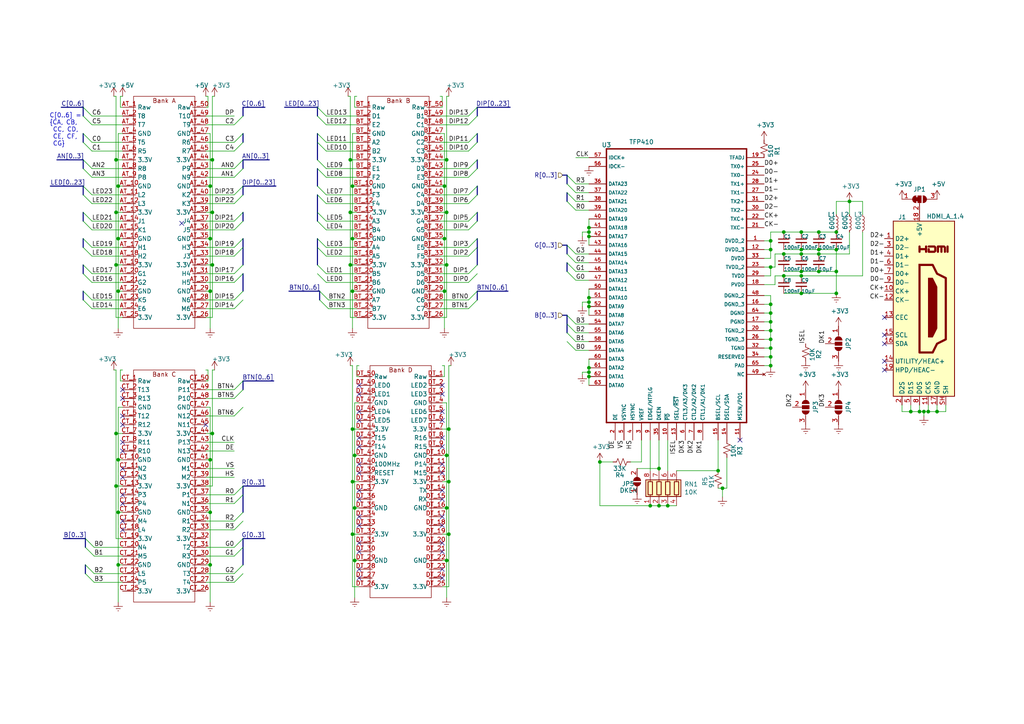
<source format=kicad_sch>
(kicad_sch (version 20200512) (host eeschema "(5.99.0-1662-g9db296991)")
  (page 1 1)
  (paper "A4")
  (junction (at 33.655 46.355))
  (junction (at 33.655 61.595))
  (junction (at 33.655 76.835))
  (junction (at 33.655 125.73))
  (junction (at 33.655 140.97))
  (junction (at 34.29 53.975))
  (junction (at 34.29 69.215))
  (junction (at 34.29 84.455))
  (junction (at 34.29 133.35))
  (junction (at 34.29 148.59))
  (junction (at 34.29 163.83))
  (junction (at 60.96 53.975))
  (junction (at 60.96 69.215))
  (junction (at 60.96 84.455))
  (junction (at 60.96 133.35))
  (junction (at 60.96 148.59))
  (junction (at 60.96 163.83))
  (junction (at 61.595 46.355))
  (junction (at 61.595 61.595))
  (junction (at 61.595 76.835))
  (junction (at 61.595 125.73))
  (junction (at 101.6 46.355))
  (junction (at 101.6 61.595))
  (junction (at 101.6 76.835))
  (junction (at 102.235 53.975))
  (junction (at 102.235 69.215))
  (junction (at 102.235 84.455))
  (junction (at 102.235 124.46))
  (junction (at 102.235 139.7))
  (junction (at 102.235 154.94))
  (junction (at 102.87 132.08))
  (junction (at 102.87 147.32))
  (junction (at 102.87 162.56))
  (junction (at 128.905 53.975))
  (junction (at 128.905 69.215))
  (junction (at 128.905 84.455))
  (junction (at 129.54 46.355))
  (junction (at 129.54 61.595))
  (junction (at 129.54 76.835))
  (junction (at 129.54 132.08))
  (junction (at 129.54 147.32))
  (junction (at 129.54 162.56))
  (junction (at 130.175 124.46))
  (junction (at 130.175 139.7))
  (junction (at 130.175 154.94))
  (junction (at 170.815 66.04))
  (junction (at 170.815 67.31))
  (junction (at 170.815 68.58))
  (junction (at 170.815 86.36))
  (junction (at 170.815 87.63))
  (junction (at 170.815 88.9))
  (junction (at 170.815 106.68))
  (junction (at 170.815 107.95))
  (junction (at 170.815 109.22))
  (junction (at 173.99 133.985))
  (junction (at 188.595 146.685))
  (junction (at 191.135 135.89))
  (junction (at 191.135 146.685))
  (junction (at 193.675 146.685))
  (junction (at 208.28 136.525))
  (junction (at 209.55 141.605))
  (junction (at 223.52 69.85))
  (junction (at 223.52 72.39))
  (junction (at 223.52 77.47))
  (junction (at 223.52 88.265))
  (junction (at 223.52 90.805))
  (junction (at 223.52 93.345))
  (junction (at 223.52 95.885))
  (junction (at 223.52 98.425))
  (junction (at 223.52 100.965))
  (junction (at 223.52 103.505))
  (junction (at 223.52 106.045))
  (junction (at 227.33 67.31))
  (junction (at 227.33 73.66))
  (junction (at 227.33 80.01))
  (junction (at 232.41 67.31))
  (junction (at 232.41 72.39))
  (junction (at 232.41 73.66))
  (junction (at 232.41 78.74))
  (junction (at 232.41 80.01))
  (junction (at 232.41 85.09))
  (junction (at 237.49 67.31))
  (junction (at 237.49 72.39))
  (junction (at 237.49 73.66))
  (junction (at 237.49 78.74))
  (junction (at 242.57 67.31))
  (junction (at 242.57 72.39))
  (junction (at 242.57 78.74))
  (junction (at 242.57 85.09))
  (junction (at 246.38 58.42))
  (junction (at 264.16 119.38))
  (junction (at 266.7 119.38))
  (junction (at 267.97 119.38))
  (junction (at 269.24 119.38))
  (junction (at 271.78 119.38))
  (no_connect (at 256.54 107.315))
  (no_connect (at 104.14 129.54))
  (no_connect (at 104.14 142.24))
  (no_connect (at 104.14 127))
  (no_connect (at 104.14 167.64))
  (no_connect (at 128.27 127))
  (no_connect (at 104.14 121.92))
  (no_connect (at 35.56 151.13))
  (no_connect (at 104.14 149.86))
  (no_connect (at 256.54 104.775))
  (no_connect (at 104.14 111.76))
  (no_connect (at 104.14 137.16))
  (no_connect (at 35.56 115.57))
  (no_connect (at 35.56 138.43))
  (no_connect (at 128.27 152.4))
  (no_connect (at 128.27 160.02))
  (no_connect (at 128.27 167.64))
  (no_connect (at 256.54 97.155))
  (no_connect (at 35.56 123.19))
  (no_connect (at 128.27 111.76))
  (no_connect (at 128.27 114.3))
  (no_connect (at 104.14 119.38))
  (no_connect (at 128.27 142.24))
  (no_connect (at 104.14 160.02))
  (no_connect (at 128.27 119.38))
  (no_connect (at 35.56 135.89))
  (no_connect (at 128.27 134.62))
  (no_connect (at 104.14 144.78))
  (no_connect (at 35.56 113.03))
  (no_connect (at 104.14 114.3))
  (no_connect (at 214.63 127.635))
  (no_connect (at 35.56 153.67))
  (no_connect (at 128.27 144.78))
  (no_connect (at 35.56 143.51))
  (no_connect (at 128.27 137.16))
  (no_connect (at 59.69 123.19))
  (no_connect (at 128.27 121.92))
  (no_connect (at 256.54 99.695))
  (no_connect (at 104.14 152.4))
  (no_connect (at 104.14 157.48))
  (no_connect (at 128.27 157.48))
  (no_connect (at 128.27 149.86))
  (no_connect (at 35.56 146.05))
  (no_connect (at 35.56 120.65))
  (no_connect (at 35.56 130.81))
  (no_connect (at 52.705 64.77))
  (no_connect (at 128.27 129.54))
  (no_connect (at 256.54 92.075))
  (no_connect (at 104.14 165.1))
  (no_connect (at 35.56 128.27))
  (no_connect (at 104.14 134.62))
  (no_connect (at 128.27 165.1))
  (bus_entry (at 24.13 31.115) (size 2.54 2.54))
  (bus_entry (at 24.13 33.655) (size 2.54 2.54))
  (bus_entry (at 24.13 38.735) (size 2.54 2.54))
  (bus_entry (at 24.13 41.275) (size 2.54 2.54))
  (bus_entry (at 24.13 46.355) (size 2.54 2.54))
  (bus_entry (at 24.13 48.895) (size 2.54 2.54))
  (bus_entry (at 24.13 53.975) (size 2.54 2.54))
  (bus_entry (at 24.13 56.515) (size 2.54 2.54))
  (bus_entry (at 24.13 61.595) (size 2.54 2.54))
  (bus_entry (at 24.13 64.135) (size 2.54 2.54))
  (bus_entry (at 24.13 69.215) (size 2.54 2.54))
  (bus_entry (at 24.13 71.755) (size 2.54 2.54))
  (bus_entry (at 24.13 76.835) (size 2.54 2.54))
  (bus_entry (at 24.13 79.375) (size 2.54 2.54))
  (bus_entry (at 24.13 84.455) (size 2.54 2.54))
  (bus_entry (at 24.13 86.995) (size 2.54 2.54))
  (bus_entry (at 24.765 156.21) (size 2.54 2.54))
  (bus_entry (at 24.765 158.75) (size 2.54 2.54))
  (bus_entry (at 24.765 163.83) (size 2.54 2.54))
  (bus_entry (at 24.765 166.37) (size 2.54 2.54))
  (bus_entry (at 70.485 33.655) (size -2.54 2.54))
  (bus_entry (at 70.485 38.735) (size -2.54 2.54))
  (bus_entry (at 70.485 41.275) (size -2.54 2.54))
  (bus_entry (at 70.485 46.355) (size -2.54 2.54))
  (bus_entry (at 70.485 48.895) (size -2.54 2.54))
  (bus_entry (at 70.485 53.975) (size -2.54 2.54))
  (bus_entry (at 70.485 56.515) (size -2.54 2.54))
  (bus_entry (at 70.485 61.595) (size -2.54 2.54))
  (bus_entry (at 70.485 64.135) (size -2.54 2.54))
  (bus_entry (at 70.485 69.215) (size -2.54 2.54))
  (bus_entry (at 70.485 71.755) (size -2.54 2.54))
  (bus_entry (at 70.485 76.835) (size -2.54 2.54))
  (bus_entry (at 70.485 79.375) (size -2.54 2.54))
  (bus_entry (at 70.485 84.455) (size -2.54 2.54))
  (bus_entry (at 70.485 86.995) (size -2.54 2.54))
  (bus_entry (at 70.485 110.49) (size -2.54 2.54))
  (bus_entry (at 70.485 113.03) (size -2.54 2.54))
  (bus_entry (at 70.485 118.11) (size -2.54 2.54))
  (bus_entry (at 70.485 140.97) (size -2.54 2.54))
  (bus_entry (at 70.485 143.51) (size -2.54 2.54))
  (bus_entry (at 70.485 148.59) (size -2.54 2.54))
  (bus_entry (at 70.485 151.13) (size -2.54 2.54))
  (bus_entry (at 70.485 156.21) (size -2.54 2.54))
  (bus_entry (at 70.485 158.75) (size -2.54 2.54))
  (bus_entry (at 70.485 163.83) (size -2.54 2.54))
  (bus_entry (at 70.485 166.37) (size -2.54 2.54))
  (bus_entry (at 92.075 31.115) (size 2.54 2.54))
  (bus_entry (at 92.075 33.655) (size 2.54 2.54))
  (bus_entry (at 92.075 38.735) (size 2.54 2.54))
  (bus_entry (at 92.075 41.275) (size 2.54 2.54))
  (bus_entry (at 92.075 46.355) (size 2.54 2.54))
  (bus_entry (at 92.075 48.895) (size 2.54 2.54))
  (bus_entry (at 92.075 53.975) (size 2.54 2.54))
  (bus_entry (at 92.075 56.515) (size 2.54 2.54))
  (bus_entry (at 92.075 61.595) (size 2.54 2.54))
  (bus_entry (at 92.075 64.135) (size 2.54 2.54))
  (bus_entry (at 92.075 69.215) (size 2.54 2.54))
  (bus_entry (at 92.075 71.755) (size 2.54 2.54))
  (bus_entry (at 92.075 76.835) (size 2.54 2.54))
  (bus_entry (at 92.075 79.375) (size 2.54 2.54))
  (bus_entry (at 92.71 84.455) (size 2.54 2.54))
  (bus_entry (at 92.71 86.995) (size 2.54 2.54))
  (bus_entry (at 138.43 31.115) (size -2.54 2.54))
  (bus_entry (at 138.43 33.655) (size -2.54 2.54))
  (bus_entry (at 138.43 38.735) (size -2.54 2.54))
  (bus_entry (at 138.43 41.275) (size -2.54 2.54))
  (bus_entry (at 138.43 46.355) (size -2.54 2.54))
  (bus_entry (at 138.43 48.895) (size -2.54 2.54))
  (bus_entry (at 138.43 53.975) (size -2.54 2.54))
  (bus_entry (at 138.43 56.515) (size -2.54 2.54))
  (bus_entry (at 138.43 61.595) (size -2.54 2.54))
  (bus_entry (at 138.43 64.135) (size -2.54 2.54))
  (bus_entry (at 138.43 69.215) (size -2.54 2.54))
  (bus_entry (at 138.43 71.755) (size -2.54 2.54))
  (bus_entry (at 138.43 76.835) (size -2.54 2.54))
  (bus_entry (at 138.43 79.375) (size -2.54 2.54))
  (bus_entry (at 138.43 84.455) (size -2.54 2.54))
  (bus_entry (at 138.43 86.995) (size -2.54 2.54))
  (bus_entry (at 164.465 50.8) (size 2.54 2.54))
  (bus_entry (at 164.465 53.34) (size 2.54 2.54))
  (bus_entry (at 164.465 55.88) (size 2.54 2.54))
  (bus_entry (at 164.465 58.42) (size 2.54 2.54))
  (bus_entry (at 164.465 71.12) (size 2.54 2.54))
  (bus_entry (at 164.465 73.66) (size 2.54 2.54))
  (bus_entry (at 164.465 76.2) (size 2.54 2.54))
  (bus_entry (at 164.465 78.74) (size 2.54 2.54))
  (bus_entry (at 164.465 91.44) (size 2.54 2.54))
  (bus_entry (at 164.465 93.98) (size 2.54 2.54))
  (bus_entry (at 164.465 96.52) (size 2.54 2.54))
  (bus_entry (at 164.465 99.06) (size 2.54 2.54))
  (wire (pts (xy 26.67 33.655) (xy 35.56 33.655)))
  (wire (pts (xy 26.67 36.195) (xy 35.56 36.195)))
  (wire (pts (xy 26.67 41.275) (xy 35.56 41.275)))
  (wire (pts (xy 26.67 43.815) (xy 35.56 43.815)))
  (wire (pts (xy 26.67 48.895) (xy 35.56 48.895)))
  (wire (pts (xy 26.67 51.435) (xy 35.56 51.435)))
  (wire (pts (xy 26.67 56.515) (xy 35.56 56.515)))
  (wire (pts (xy 26.67 59.055) (xy 35.56 59.055)))
  (wire (pts (xy 26.67 64.135) (xy 35.56 64.135)))
  (wire (pts (xy 26.67 66.675) (xy 35.56 66.675)))
  (wire (pts (xy 26.67 71.755) (xy 35.56 71.755)))
  (wire (pts (xy 26.67 74.295) (xy 35.56 74.295)))
  (wire (pts (xy 26.67 79.375) (xy 35.56 79.375)))
  (wire (pts (xy 26.67 81.915) (xy 35.56 81.915)))
  (wire (pts (xy 26.67 86.995) (xy 35.56 86.995)))
  (wire (pts (xy 26.67 89.535) (xy 35.56 89.535)))
  (wire (pts (xy 33.655 27.94) (xy 33.02 27.94)))
  (wire (pts (xy 33.655 46.355) (xy 33.655 27.94)))
  (wire (pts (xy 33.655 61.595) (xy 33.655 46.355)))
  (wire (pts (xy 33.655 76.835) (xy 33.655 61.595)))
  (wire (pts (xy 33.655 92.075) (xy 33.655 76.835)))
  (wire (pts (xy 33.655 107.315) (xy 33.02 107.315)))
  (wire (pts (xy 33.655 125.73) (xy 33.655 107.315)))
  (wire (pts (xy 33.655 140.97) (xy 33.655 125.73)))
  (wire (pts (xy 33.655 156.21) (xy 33.655 140.97)))
  (wire (pts (xy 34.29 38.735) (xy 34.29 53.975)))
  (wire (pts (xy 34.29 53.975) (xy 34.29 69.215)))
  (wire (pts (xy 34.29 69.215) (xy 34.29 84.455)))
  (wire (pts (xy 34.29 84.455) (xy 34.29 95.25)))
  (wire (pts (xy 34.29 118.11) (xy 34.29 133.35)))
  (wire (pts (xy 34.29 133.35) (xy 34.29 148.59)))
  (wire (pts (xy 34.29 148.59) (xy 34.29 163.83)))
  (wire (pts (xy 34.29 163.83) (xy 34.29 174.625)))
  (wire (pts (xy 34.925 27.94) (xy 34.925 31.115)))
  (wire (pts (xy 34.925 27.94) (xy 35.56 27.94)))
  (wire (pts (xy 34.925 31.115) (xy 35.56 31.115)))
  (wire (pts (xy 34.925 107.315) (xy 35.56 107.315)))
  (wire (pts (xy 34.925 110.49) (xy 34.925 107.315)))
  (wire (pts (xy 35.56 38.735) (xy 34.29 38.735)))
  (wire (pts (xy 35.56 46.355) (xy 33.655 46.355)))
  (wire (pts (xy 35.56 53.975) (xy 34.29 53.975)))
  (wire (pts (xy 35.56 61.595) (xy 33.655 61.595)))
  (wire (pts (xy 35.56 69.215) (xy 34.29 69.215)))
  (wire (pts (xy 35.56 76.835) (xy 33.655 76.835)))
  (wire (pts (xy 35.56 84.455) (xy 34.29 84.455)))
  (wire (pts (xy 35.56 92.075) (xy 33.655 92.075)))
  (wire (pts (xy 35.56 110.49) (xy 34.925 110.49)))
  (wire (pts (xy 35.56 118.11) (xy 34.29 118.11)))
  (wire (pts (xy 35.56 125.73) (xy 33.655 125.73)))
  (wire (pts (xy 35.56 133.35) (xy 34.29 133.35)))
  (wire (pts (xy 35.56 140.97) (xy 33.655 140.97)))
  (wire (pts (xy 35.56 148.59) (xy 34.29 148.59)))
  (wire (pts (xy 35.56 156.21) (xy 33.655 156.21)))
  (wire (pts (xy 35.56 158.75) (xy 27.305 158.75)))
  (wire (pts (xy 35.56 161.29) (xy 27.305 161.29)))
  (wire (pts (xy 35.56 163.83) (xy 34.29 163.83)))
  (wire (pts (xy 35.56 166.37) (xy 27.305 166.37)))
  (wire (pts (xy 35.56 168.91) (xy 27.305 168.91)))
  (wire (pts (xy 59.69 33.655) (xy 67.945 33.655)))
  (wire (pts (xy 59.69 36.195) (xy 67.945 36.195)))
  (wire (pts (xy 59.69 38.735) (xy 60.96 38.735)))
  (wire (pts (xy 59.69 41.275) (xy 67.945 41.275)))
  (wire (pts (xy 59.69 43.815) (xy 67.945 43.815)))
  (wire (pts (xy 59.69 46.355) (xy 61.595 46.355)))
  (wire (pts (xy 59.69 48.895) (xy 67.945 48.895)))
  (wire (pts (xy 59.69 51.435) (xy 67.945 51.435)))
  (wire (pts (xy 59.69 53.975) (xy 60.96 53.975)))
  (wire (pts (xy 59.69 56.515) (xy 67.945 56.515)))
  (wire (pts (xy 59.69 59.055) (xy 67.945 59.055)))
  (wire (pts (xy 59.69 61.595) (xy 61.595 61.595)))
  (wire (pts (xy 59.69 64.135) (xy 67.945 64.135)))
  (wire (pts (xy 59.69 66.675) (xy 67.945 66.675)))
  (wire (pts (xy 59.69 69.215) (xy 60.96 69.215)))
  (wire (pts (xy 59.69 71.755) (xy 67.945 71.755)))
  (wire (pts (xy 59.69 74.295) (xy 67.945 74.295)))
  (wire (pts (xy 59.69 76.835) (xy 61.595 76.835)))
  (wire (pts (xy 59.69 79.375) (xy 67.945 79.375)))
  (wire (pts (xy 59.69 81.915) (xy 67.945 81.915)))
  (wire (pts (xy 59.69 84.455) (xy 60.96 84.455)))
  (wire (pts (xy 59.69 86.995) (xy 67.945 86.995)))
  (wire (pts (xy 59.69 89.535) (xy 67.945 89.535)))
  (wire (pts (xy 59.69 92.075) (xy 61.595 92.075)))
  (wire (pts (xy 59.69 110.49) (xy 60.325 110.49)))
  (wire (pts (xy 59.69 113.03) (xy 67.945 113.03)))
  (wire (pts (xy 59.69 115.57) (xy 67.945 115.57)))
  (wire (pts (xy 59.69 118.11) (xy 60.96 118.11)))
  (wire (pts (xy 59.69 120.65) (xy 67.945 120.65)))
  (wire (pts (xy 59.69 125.73) (xy 61.595 125.73)))
  (wire (pts (xy 59.69 128.27) (xy 67.945 128.27)))
  (wire (pts (xy 59.69 133.35) (xy 60.96 133.35)))
  (wire (pts (xy 59.69 135.89) (xy 67.945 135.89)))
  (wire (pts (xy 59.69 140.97) (xy 61.595 140.97)))
  (wire (pts (xy 59.69 143.51) (xy 67.945 143.51)))
  (wire (pts (xy 59.69 146.05) (xy 67.945 146.05)))
  (wire (pts (xy 59.69 148.59) (xy 60.96 148.59)))
  (wire (pts (xy 59.69 151.13) (xy 67.945 151.13)))
  (wire (pts (xy 59.69 153.67) (xy 67.945 153.67)))
  (wire (pts (xy 59.69 158.75) (xy 67.945 158.75)))
  (wire (pts (xy 59.69 161.29) (xy 67.945 161.29)))
  (wire (pts (xy 59.69 163.83) (xy 60.96 163.83)))
  (wire (pts (xy 59.69 166.37) (xy 67.945 166.37)))
  (wire (pts (xy 59.69 168.91) (xy 67.945 168.91)))
  (wire (pts (xy 60.325 27.94) (xy 59.69 27.94)))
  (wire (pts (xy 60.325 27.94) (xy 60.325 31.115)))
  (wire (pts (xy 60.325 31.115) (xy 59.69 31.115)))
  (wire (pts (xy 60.325 107.315) (xy 59.69 107.315)))
  (wire (pts (xy 60.325 110.49) (xy 60.325 107.315)))
  (wire (pts (xy 60.96 38.735) (xy 60.96 53.975)))
  (wire (pts (xy 60.96 53.975) (xy 60.96 69.215)))
  (wire (pts (xy 60.96 69.215) (xy 60.96 84.455)))
  (wire (pts (xy 60.96 84.455) (xy 60.96 95.25)))
  (wire (pts (xy 60.96 118.11) (xy 60.96 133.35)))
  (wire (pts (xy 60.96 133.35) (xy 60.96 148.59)))
  (wire (pts (xy 60.96 148.59) (xy 60.96 163.83)))
  (wire (pts (xy 60.96 163.83) (xy 60.96 174.625)))
  (wire (pts (xy 61.595 27.94) (xy 62.23 27.94)))
  (wire (pts (xy 61.595 46.355) (xy 61.595 27.94)))
  (wire (pts (xy 61.595 61.595) (xy 61.595 46.355)))
  (wire (pts (xy 61.595 76.835) (xy 61.595 61.595)))
  (wire (pts (xy 61.595 92.075) (xy 61.595 76.835)))
  (wire (pts (xy 61.595 107.315) (xy 62.23 107.315)))
  (wire (pts (xy 61.595 125.73) (xy 61.595 107.315)))
  (wire (pts (xy 61.595 140.97) (xy 61.595 125.73)))
  (wire (pts (xy 67.945 130.81) (xy 59.69 130.81)))
  (wire (pts (xy 67.945 138.43) (xy 59.69 138.43)))
  (wire (pts (xy 94.615 33.655) (xy 103.505 33.655)))
  (wire (pts (xy 94.615 36.195) (xy 103.505 36.195)))
  (wire (pts (xy 94.615 41.275) (xy 103.505 41.275)))
  (wire (pts (xy 94.615 43.815) (xy 103.505 43.815)))
  (wire (pts (xy 94.615 48.895) (xy 103.505 48.895)))
  (wire (pts (xy 94.615 51.435) (xy 103.505 51.435)))
  (wire (pts (xy 94.615 56.515) (xy 103.505 56.515)))
  (wire (pts (xy 94.615 59.055) (xy 103.505 59.055)))
  (wire (pts (xy 94.615 64.135) (xy 103.505 64.135)))
  (wire (pts (xy 94.615 66.675) (xy 103.505 66.675)))
  (wire (pts (xy 94.615 71.755) (xy 103.505 71.755)))
  (wire (pts (xy 94.615 74.295) (xy 103.505 74.295)))
  (wire (pts (xy 94.615 79.375) (xy 103.505 79.375)))
  (wire (pts (xy 94.615 81.915) (xy 103.505 81.915)))
  (wire (pts (xy 101.6 27.94) (xy 100.965 27.94)))
  (wire (pts (xy 101.6 46.355) (xy 101.6 27.94)))
  (wire (pts (xy 101.6 61.595) (xy 101.6 46.355)))
  (wire (pts (xy 101.6 76.835) (xy 101.6 61.595)))
  (wire (pts (xy 101.6 92.075) (xy 101.6 76.835)))
  (wire (pts (xy 102.235 38.735) (xy 102.235 53.975)))
  (wire (pts (xy 102.235 53.975) (xy 102.235 69.215)))
  (wire (pts (xy 102.235 69.215) (xy 102.235 84.455)))
  (wire (pts (xy 102.235 84.455) (xy 102.235 95.25)))
  (wire (pts (xy 102.235 106.045) (xy 101.6 106.045)))
  (wire (pts (xy 102.235 124.46) (xy 102.235 106.045)))
  (wire (pts (xy 102.235 139.7) (xy 102.235 124.46)))
  (wire (pts (xy 102.235 154.94) (xy 102.235 139.7)))
  (wire (pts (xy 102.235 170.18) (xy 102.235 154.94)))
  (wire (pts (xy 102.87 27.94) (xy 103.505 27.94)))
  (wire (pts (xy 102.87 31.115) (xy 102.87 27.94)))
  (wire (pts (xy 102.87 116.84) (xy 102.87 132.08)))
  (wire (pts (xy 102.87 132.08) (xy 102.87 147.32)))
  (wire (pts (xy 102.87 147.32) (xy 102.87 162.56)))
  (wire (pts (xy 102.87 162.56) (xy 102.87 173.355)))
  (wire (pts (xy 103.505 31.115) (xy 102.87 31.115)))
  (wire (pts (xy 103.505 38.735) (xy 102.235 38.735)))
  (wire (pts (xy 103.505 46.355) (xy 101.6 46.355)))
  (wire (pts (xy 103.505 53.975) (xy 102.235 53.975)))
  (wire (pts (xy 103.505 61.595) (xy 101.6 61.595)))
  (wire (pts (xy 103.505 69.215) (xy 102.235 69.215)))
  (wire (pts (xy 103.505 76.835) (xy 101.6 76.835)))
  (wire (pts (xy 103.505 84.455) (xy 102.235 84.455)))
  (wire (pts (xy 103.505 86.995) (xy 95.25 86.995)))
  (wire (pts (xy 103.505 89.535) (xy 95.25 89.535)))
  (wire (pts (xy 103.505 92.075) (xy 101.6 92.075)))
  (wire (pts (xy 103.505 106.045) (xy 104.14 106.045)))
  (wire (pts (xy 103.505 109.22) (xy 103.505 106.045)))
  (wire (pts (xy 104.14 109.22) (xy 103.505 109.22)))
  (wire (pts (xy 104.14 116.84) (xy 102.87 116.84)))
  (wire (pts (xy 104.14 124.46) (xy 102.235 124.46)))
  (wire (pts (xy 104.14 132.08) (xy 102.87 132.08)))
  (wire (pts (xy 104.14 139.7) (xy 102.235 139.7)))
  (wire (pts (xy 104.14 147.32) (xy 102.87 147.32)))
  (wire (pts (xy 104.14 154.94) (xy 102.235 154.94)))
  (wire (pts (xy 104.14 162.56) (xy 102.87 162.56)))
  (wire (pts (xy 104.14 170.18) (xy 102.235 170.18)))
  (wire (pts (xy 127.635 31.115) (xy 128.27 31.115)))
  (wire (pts (xy 127.635 33.655) (xy 135.89 33.655)))
  (wire (pts (xy 127.635 36.195) (xy 135.89 36.195)))
  (wire (pts (xy 127.635 38.735) (xy 128.905 38.735)))
  (wire (pts (xy 127.635 41.275) (xy 135.89 41.275)))
  (wire (pts (xy 127.635 43.815) (xy 135.89 43.815)))
  (wire (pts (xy 127.635 46.355) (xy 129.54 46.355)))
  (wire (pts (xy 127.635 48.895) (xy 135.89 48.895)))
  (wire (pts (xy 127.635 51.435) (xy 135.89 51.435)))
  (wire (pts (xy 127.635 53.975) (xy 128.905 53.975)))
  (wire (pts (xy 127.635 56.515) (xy 135.89 56.515)))
  (wire (pts (xy 127.635 59.055) (xy 135.89 59.055)))
  (wire (pts (xy 127.635 61.595) (xy 129.54 61.595)))
  (wire (pts (xy 127.635 64.135) (xy 135.89 64.135)))
  (wire (pts (xy 127.635 66.675) (xy 135.89 66.675)))
  (wire (pts (xy 127.635 69.215) (xy 128.905 69.215)))
  (wire (pts (xy 127.635 71.755) (xy 135.89 71.755)))
  (wire (pts (xy 127.635 74.295) (xy 135.89 74.295)))
  (wire (pts (xy 127.635 76.835) (xy 129.54 76.835)))
  (wire (pts (xy 127.635 79.375) (xy 135.89 79.375)))
  (wire (pts (xy 127.635 81.915) (xy 135.89 81.915)))
  (wire (pts (xy 127.635 84.455) (xy 128.905 84.455)))
  (wire (pts (xy 127.635 86.995) (xy 135.89 86.995)))
  (wire (pts (xy 127.635 89.535) (xy 135.89 89.535)))
  (wire (pts (xy 127.635 92.075) (xy 129.54 92.075)))
  (wire (pts (xy 128.27 27.94) (xy 127.635 27.94)))
  (wire (pts (xy 128.27 31.115) (xy 128.27 27.94)))
  (wire (pts (xy 128.27 109.22) (xy 128.905 109.22)))
  (wire (pts (xy 128.27 116.84) (xy 129.54 116.84)))
  (wire (pts (xy 128.27 124.46) (xy 130.175 124.46)))
  (wire (pts (xy 128.27 132.08) (xy 129.54 132.08)))
  (wire (pts (xy 128.27 139.7) (xy 130.175 139.7)))
  (wire (pts (xy 128.27 147.32) (xy 129.54 147.32)))
  (wire (pts (xy 128.27 154.94) (xy 130.175 154.94)))
  (wire (pts (xy 128.27 162.56) (xy 129.54 162.56)))
  (wire (pts (xy 128.27 170.18) (xy 130.175 170.18)))
  (wire (pts (xy 128.905 38.735) (xy 128.905 53.975)))
  (wire (pts (xy 128.905 53.975) (xy 128.905 69.215)))
  (wire (pts (xy 128.905 69.215) (xy 128.905 84.455)))
  (wire (pts (xy 128.905 84.455) (xy 128.905 95.25)))
  (wire (pts (xy 128.905 106.045) (xy 128.27 106.045)))
  (wire (pts (xy 128.905 109.22) (xy 128.905 106.045)))
  (wire (pts (xy 129.54 27.94) (xy 130.175 27.94)))
  (wire (pts (xy 129.54 46.355) (xy 129.54 27.94)))
  (wire (pts (xy 129.54 61.595) (xy 129.54 46.355)))
  (wire (pts (xy 129.54 76.835) (xy 129.54 61.595)))
  (wire (pts (xy 129.54 92.075) (xy 129.54 76.835)))
  (wire (pts (xy 129.54 116.84) (xy 129.54 132.08)))
  (wire (pts (xy 129.54 132.08) (xy 129.54 147.32)))
  (wire (pts (xy 129.54 147.32) (xy 129.54 162.56)))
  (wire (pts (xy 129.54 162.56) (xy 129.54 173.355)))
  (wire (pts (xy 130.175 106.045) (xy 130.81 106.045)))
  (wire (pts (xy 130.175 124.46) (xy 130.175 106.045)))
  (wire (pts (xy 130.175 139.7) (xy 130.175 124.46)))
  (wire (pts (xy 130.175 154.94) (xy 130.175 139.7)))
  (wire (pts (xy 130.175 170.18) (xy 130.175 154.94)))
  (wire (pts (xy 167.005 45.72) (xy 170.815 45.72)))
  (wire (pts (xy 167.005 53.34) (xy 170.815 53.34)))
  (wire (pts (xy 167.005 58.42) (xy 170.815 58.42)))
  (wire (pts (xy 167.005 78.74) (xy 170.815 78.74)))
  (wire (pts (xy 168.91 67.31) (xy 170.815 67.31)))
  (wire (pts (xy 168.91 68.58) (xy 168.91 67.31)))
  (wire (pts (xy 168.91 87.63) (xy 170.815 87.63)))
  (wire (pts (xy 168.91 88.9) (xy 168.91 87.63)))
  (wire (pts (xy 168.91 107.95) (xy 170.815 107.95)))
  (wire (pts (xy 168.91 108.585) (xy 168.91 107.95)))
  (wire (pts (xy 170.815 55.88) (xy 167.005 55.88)))
  (wire (pts (xy 170.815 60.96) (xy 167.005 60.96)))
  (wire (pts (xy 170.815 63.5) (xy 170.815 66.04)))
  (wire (pts (xy 170.815 66.04) (xy 170.815 67.31)))
  (wire (pts (xy 170.815 67.31) (xy 170.815 68.58)))
  (wire (pts (xy 170.815 68.58) (xy 170.815 71.12)))
  (wire (pts (xy 170.815 73.66) (xy 167.005 73.66)))
  (wire (pts (xy 170.815 76.2) (xy 167.005 76.2)))
  (wire (pts (xy 170.815 81.28) (xy 167.005 81.28)))
  (wire (pts (xy 170.815 83.82) (xy 170.815 86.36)))
  (wire (pts (xy 170.815 86.36) (xy 170.815 87.63)))
  (wire (pts (xy 170.815 87.63) (xy 170.815 88.9)))
  (wire (pts (xy 170.815 88.9) (xy 170.815 91.44)))
  (wire (pts (xy 170.815 93.98) (xy 167.005 93.98)))
  (wire (pts (xy 170.815 96.52) (xy 167.005 96.52)))
  (wire (pts (xy 170.815 99.06) (xy 167.005 99.06)))
  (wire (pts (xy 170.815 101.6) (xy 167.005 101.6)))
  (wire (pts (xy 170.815 104.14) (xy 170.815 106.68)))
  (wire (pts (xy 170.815 106.68) (xy 170.815 107.95)))
  (wire (pts (xy 170.815 107.95) (xy 170.815 109.22)))
  (wire (pts (xy 170.815 109.22) (xy 170.815 111.76)))
  (wire (pts (xy 173.99 133.985) (xy 173.99 146.685)))
  (wire (pts (xy 173.99 146.685) (xy 188.595 146.685)))
  (wire (pts (xy 177.8 133.985) (xy 173.99 133.985)))
  (wire (pts (xy 184.785 135.89) (xy 191.135 135.89)))
  (wire (pts (xy 186.055 127.635) (xy 186.055 133.985)))
  (wire (pts (xy 186.055 133.985) (xy 182.88 133.985)))
  (wire (pts (xy 188.595 127.635) (xy 188.595 136.525)))
  (wire (pts (xy 188.595 146.685) (xy 191.135 146.685)))
  (wire (pts (xy 191.135 127.635) (xy 191.135 135.89)))
  (wire (pts (xy 191.135 135.89) (xy 191.135 136.525)))
  (wire (pts (xy 191.135 146.685) (xy 193.675 146.685)))
  (wire (pts (xy 193.675 127.635) (xy 193.675 136.525)))
  (wire (pts (xy 193.675 146.685) (xy 196.215 146.685)))
  (wire (pts (xy 208.28 127.635) (xy 208.28 136.525)))
  (wire (pts (xy 208.28 136.525) (xy 196.215 136.525)))
  (wire (pts (xy 209.55 141.605) (xy 208.28 141.605)))
  (wire (pts (xy 209.55 141.605) (xy 209.55 144.145)))
  (wire (pts (xy 210.82 132.715) (xy 210.82 141.605)))
  (wire (pts (xy 210.82 141.605) (xy 209.55 141.605)))
  (wire (pts (xy 221.615 72.39) (xy 223.52 72.39)))
  (wire (pts (xy 221.615 74.93) (xy 223.52 74.93)))
  (wire (pts (xy 221.615 80.01) (xy 223.52 80.01)))
  (wire (pts (xy 221.615 82.55) (xy 224.79 82.55)))
  (wire (pts (xy 221.615 85.725) (xy 223.52 85.725)))
  (wire (pts (xy 221.615 88.265) (xy 223.52 88.265)))
  (wire (pts (xy 221.615 93.345) (xy 223.52 93.345)))
  (wire (pts (xy 221.615 98.425) (xy 223.52 98.425)))
  (wire (pts (xy 221.615 103.505) (xy 223.52 103.505)))
  (wire (pts (xy 223.52 67.31) (xy 223.52 69.85)))
  (wire (pts (xy 223.52 67.31) (xy 227.33 67.31)))
  (wire (pts (xy 223.52 69.85) (xy 221.615 69.85)))
  (wire (pts (xy 223.52 72.39) (xy 223.52 69.85)))
  (wire (pts (xy 223.52 74.93) (xy 223.52 72.39)))
  (wire (pts (xy 223.52 77.47) (xy 221.615 77.47)))
  (wire (pts (xy 223.52 77.47) (xy 224.79 77.47)))
  (wire (pts (xy 223.52 80.01) (xy 223.52 77.47)))
  (wire (pts (xy 223.52 85.725) (xy 223.52 88.265)))
  (wire (pts (xy 223.52 88.265) (xy 223.52 90.805)))
  (wire (pts (xy 223.52 90.805) (xy 221.615 90.805)))
  (wire (pts (xy 223.52 90.805) (xy 223.52 93.345)))
  (wire (pts (xy 223.52 93.345) (xy 223.52 95.885)))
  (wire (pts (xy 223.52 95.885) (xy 221.615 95.885)))
  (wire (pts (xy 223.52 95.885) (xy 223.52 98.425)))
  (wire (pts (xy 223.52 98.425) (xy 223.52 100.965)))
  (wire (pts (xy 223.52 100.965) (xy 221.615 100.965)))
  (wire (pts (xy 223.52 100.965) (xy 223.52 103.505)))
  (wire (pts (xy 223.52 103.505) (xy 223.52 106.045)))
  (wire (pts (xy 223.52 106.045) (xy 221.615 106.045)))
  (wire (pts (xy 223.52 106.68) (xy 223.52 106.045)))
  (wire (pts (xy 224.79 73.66) (xy 227.33 73.66)))
  (wire (pts (xy 224.79 77.47) (xy 224.79 73.66)))
  (wire (pts (xy 224.79 80.01) (xy 227.33 80.01)))
  (wire (pts (xy 224.79 82.55) (xy 224.79 80.01)))
  (wire (pts (xy 227.33 67.31) (xy 232.41 67.31)))
  (wire (pts (xy 227.33 72.39) (xy 232.41 72.39)))
  (wire (pts (xy 227.33 73.66) (xy 232.41 73.66)))
  (wire (pts (xy 227.33 78.74) (xy 232.41 78.74)))
  (wire (pts (xy 227.33 80.01) (xy 232.41 80.01)))
  (wire (pts (xy 227.33 85.09) (xy 232.41 85.09)))
  (wire (pts (xy 232.41 67.31) (xy 237.49 67.31)))
  (wire (pts (xy 232.41 72.39) (xy 237.49 72.39)))
  (wire (pts (xy 232.41 73.66) (xy 237.49 73.66)))
  (wire (pts (xy 232.41 78.74) (xy 237.49 78.74)))
  (wire (pts (xy 232.41 80.01) (xy 250.19 80.01)))
  (wire (pts (xy 232.41 85.09) (xy 242.57 85.09)))
  (wire (pts (xy 237.49 67.31) (xy 242.57 67.31)))
  (wire (pts (xy 237.49 72.39) (xy 242.57 72.39)))
  (wire (pts (xy 237.49 73.66) (xy 246.38 73.66)))
  (wire (pts (xy 237.49 78.74) (xy 242.57 78.74)))
  (wire (pts (xy 242.57 58.42) (xy 242.57 62.23)))
  (wire (pts (xy 242.57 72.39) (xy 242.57 78.74)))
  (wire (pts (xy 242.57 78.74) (xy 242.57 85.09)))
  (wire (pts (xy 246.38 58.42) (xy 242.57 58.42)))
  (wire (pts (xy 246.38 58.42) (xy 250.19 58.42)))
  (wire (pts (xy 246.38 62.23) (xy 246.38 58.42)))
  (wire (pts (xy 246.38 73.66) (xy 246.38 67.31)))
  (wire (pts (xy 250.19 58.42) (xy 250.19 62.23)))
  (wire (pts (xy 250.19 80.01) (xy 250.19 67.31)))
  (wire (pts (xy 261.62 117.475) (xy 261.62 119.38)))
  (wire (pts (xy 261.62 119.38) (xy 264.16 119.38)))
  (wire (pts (xy 264.16 117.475) (xy 264.16 119.38)))
  (wire (pts (xy 264.16 119.38) (xy 266.7 119.38)))
  (wire (pts (xy 266.7 117.475) (xy 266.7 119.38)))
  (wire (pts (xy 266.7 119.38) (xy 267.97 119.38)))
  (wire (pts (xy 267.97 119.38) (xy 269.24 119.38)))
  (wire (pts (xy 267.97 120.65) (xy 267.97 119.38)))
  (wire (pts (xy 269.24 117.475) (xy 269.24 119.38)))
  (wire (pts (xy 269.24 119.38) (xy 271.78 119.38)))
  (wire (pts (xy 271.78 117.475) (xy 271.78 119.38)))
  (wire (pts (xy 271.78 119.38) (xy 274.32 119.38)))
  (wire (pts (xy 274.32 119.38) (xy 274.32 117.475)))
  (bus (pts (xy 14.605 53.975) (xy 24.13 53.975)))
  (bus (pts (xy 24.13 31.115) (xy 17.78 31.115)))
  (bus (pts (xy 24.13 31.115) (xy 24.13 38.735)))
  (bus (pts (xy 24.13 38.735) (xy 24.13 41.275)))
  (bus (pts (xy 24.13 46.355) (xy 16.51 46.355)))
  (bus (pts (xy 24.13 46.355) (xy 24.13 48.895)))
  (bus (pts (xy 24.13 53.975) (xy 24.13 61.595)))
  (bus (pts (xy 24.13 61.595) (xy 24.13 69.215)))
  (bus (pts (xy 24.13 69.215) (xy 24.13 76.835)))
  (bus (pts (xy 24.13 76.835) (xy 24.13 84.455)))
  (bus (pts (xy 24.13 84.455) (xy 24.13 86.995)))
  (bus (pts (xy 24.765 156.21) (xy 18.415 156.21)))
  (bus (pts (xy 24.765 156.21) (xy 24.765 163.83)))
  (bus (pts (xy 24.765 163.83) (xy 24.765 166.37)))
  (bus (pts (xy 70.485 31.115) (xy 70.485 38.735)))
  (bus (pts (xy 70.485 31.115) (xy 76.835 31.115)))
  (bus (pts (xy 70.485 38.735) (xy 70.485 41.275)))
  (bus (pts (xy 70.485 46.355) (xy 70.485 48.895)))
  (bus (pts (xy 70.485 46.355) (xy 78.105 46.355)))
  (bus (pts (xy 70.485 53.975) (xy 70.485 61.595)))
  (bus (pts (xy 70.485 53.975) (xy 80.01 53.975)))
  (bus (pts (xy 70.485 61.595) (xy 70.485 69.215)))
  (bus (pts (xy 70.485 69.215) (xy 70.485 71.755)))
  (bus (pts (xy 70.485 71.755) (xy 70.485 79.375)))
  (bus (pts (xy 70.485 79.375) (xy 70.485 86.995)))
  (bus (pts (xy 70.485 110.49) (xy 70.485 118.11)))
  (bus (pts (xy 70.485 110.49) (xy 79.375 110.49)))
  (bus (pts (xy 70.485 140.97) (xy 70.485 143.51)))
  (bus (pts (xy 70.485 140.97) (xy 76.835 140.97)))
  (bus (pts (xy 70.485 143.51) (xy 70.485 151.13)))
  (bus (pts (xy 70.485 156.21) (xy 70.485 158.75)))
  (bus (pts (xy 70.485 156.21) (xy 76.835 156.21)))
  (bus (pts (xy 70.485 158.75) (xy 70.485 166.37)))
  (bus (pts (xy 82.55 31.115) (xy 92.075 31.115)))
  (bus (pts (xy 83.82 84.455) (xy 92.71 84.455)))
  (bus (pts (xy 92.075 31.115) (xy 92.075 38.735)))
  (bus (pts (xy 92.075 38.735) (xy 92.075 41.275)))
  (bus (pts (xy 92.075 41.275) (xy 92.075 48.895)))
  (bus (pts (xy 92.075 48.895) (xy 92.075 56.515)))
  (bus (pts (xy 92.075 56.515) (xy 92.075 61.595)))
  (bus (pts (xy 92.075 61.595) (xy 92.075 69.215)))
  (bus (pts (xy 92.075 69.215) (xy 92.075 71.755)))
  (bus (pts (xy 92.075 71.755) (xy 92.075 79.375)))
  (bus (pts (xy 92.71 84.455) (xy 92.71 86.995)))
  (bus (pts (xy 138.43 31.115) (xy 138.43 38.735)))
  (bus (pts (xy 138.43 31.115) (xy 147.955 31.115)))
  (bus (pts (xy 138.43 38.735) (xy 138.43 46.355)))
  (bus (pts (xy 138.43 46.355) (xy 138.43 53.975)))
  (bus (pts (xy 138.43 53.975) (xy 138.43 61.595)))
  (bus (pts (xy 138.43 61.595) (xy 138.43 69.215)))
  (bus (pts (xy 138.43 69.215) (xy 138.43 71.755)))
  (bus (pts (xy 138.43 71.755) (xy 138.43 79.375)))
  (bus (pts (xy 138.43 84.455) (xy 138.43 86.995)))
  (bus (pts (xy 138.43 84.455) (xy 147.32 84.455)))
  (bus (pts (xy 164.465 50.8) (xy 163.195 50.8)))
  (bus (pts (xy 164.465 50.8) (xy 164.465 55.88)))
  (bus (pts (xy 164.465 55.88) (xy 164.465 58.42)))
  (bus (pts (xy 164.465 71.12) (xy 163.195 71.12)))
  (bus (pts (xy 164.465 71.12) (xy 164.465 76.2)))
  (bus (pts (xy 164.465 76.2) (xy 164.465 78.74)))
  (bus (pts (xy 164.465 91.44) (xy 163.195 91.44)))
  (bus (pts (xy 164.465 91.44) (xy 164.465 93.98)))
  (bus (pts (xy 164.465 93.98) (xy 164.465 99.06)))
  (text "   C[0..6] = \n   {CA, CB,\n    CC, CD,\n    CE, CF,\n    CG}" (at 11.43 42.545 0) (effects (font (size 1.27 1.27)) (justify left bottom)))
  (label "LED[0..23]" (at 14.605 53.975 0))
  (label "AN[0..3]" (at 16.51 46.355 0))
  (label "C[0..6]" (at 17.78 31.115 0))
  (label "B[0..3]" (at 18.415 156.21 0))
  (label "C6" (at 26.67 33.655 0))
  (label "C5" (at 26.67 36.195 0))
  (label "C0" (at 26.67 41.275 0))
  (label "C1" (at 26.67 43.815 0))
  (label "AN2" (at 26.67 48.895 0))
  (label "AN3" (at 26.67 51.435 0))
  (label "LED23" (at 26.67 56.515 0))
  (label "LED22" (at 26.67 59.055 0))
  (label "LED21" (at 26.67 64.135 0))
  (label "LED20" (at 26.67 66.675 0))
  (label "LED19" (at 26.67 71.755 0))
  (label "LED18" (at 26.67 74.295 0))
  (label "LED17" (at 26.67 79.375 0))
  (label "LED16" (at 26.67 81.915 0))
  (label "LED15" (at 26.67 86.995 0))
  (label "LED14" (at 26.67 89.535 0))
  (label "B0" (at 27.305 158.75 0))
  (label "B1" (at 27.305 161.29 0))
  (label "B2" (at 27.305 166.37 0))
  (label "B3" (at 27.305 168.91 0))
  (label "DP" (at 67.945 33.655 180))
  (label "C2" (at 67.945 36.195 180))
  (label "C3" (at 67.945 41.275 180))
  (label "C4" (at 67.945 43.815 180))
  (label "AN0" (at 67.945 48.895 180))
  (label "AN1" (at 67.945 51.435 180))
  (label "DIP23" (at 67.945 56.515 180))
  (label "DIP22" (at 67.945 59.055 180))
  (label "DIP21" (at 67.945 64.135 180))
  (label "DIP20" (at 67.945 66.675 180))
  (label "DIP19" (at 67.945 71.755 180))
  (label "DIP18" (at 67.945 74.295 180))
  (label "DIP17" (at 67.945 79.375 180))
  (label "DIP16" (at 67.945 81.915 180))
  (label "DIP15" (at 67.945 86.995 180))
  (label "DIP14" (at 67.945 89.535 180))
  (label "BTN4" (at 67.945 113.03 180))
  (label "BTN5" (at 67.945 115.57 180))
  (label "BTN6" (at 67.945 120.65 180))
  (label "CLK" (at 67.945 128.27 180))
  (label "DE" (at 67.945 130.81 180))
  (label "VS" (at 67.945 135.89 180))
  (label "HS" (at 67.945 138.43 180))
  (label "R0" (at 67.945 143.51 180))
  (label "R1" (at 67.945 146.05 180))
  (label "R2" (at 67.945 151.13 180))
  (label "R3" (at 67.945 153.67 180))
  (label "G0" (at 67.945 158.75 180))
  (label "G1" (at 67.945 161.29 180))
  (label "G2" (at 67.945 166.37 180))
  (label "G3" (at 67.945 168.91 180))
  (label "C[0..6]" (at 76.835 31.115 180))
  (label "R[0..3]" (at 76.835 140.97 180))
  (label "G[0..3]" (at 76.835 156.21 180))
  (label "AN[0..3]" (at 78.105 46.355 180))
  (label "BTN[0..6]" (at 79.375 110.49 180))
  (label "DIP[0..23]" (at 80.01 53.975 180))
  (label "LED[0..23]" (at 82.55 31.115 0))
  (label "BTN[0..6]" (at 83.82 84.455 0))
  (label "LED13" (at 94.615 33.655 0))
  (label "LED12" (at 94.615 36.195 0))
  (label "LED11" (at 94.615 41.275 0))
  (label "LED10" (at 94.615 43.815 0))
  (label "LED9" (at 94.615 48.895 0))
  (label "LED8" (at 94.615 51.435 0))
  (label "LED7" (at 94.615 56.515 0))
  (label "LED6" (at 94.615 59.055 0))
  (label "LED5" (at 94.615 64.135 0))
  (label "LED4" (at 94.615 66.675 0))
  (label "LED3" (at 94.615 71.755 0))
  (label "LED2" (at 94.615 74.295 0))
  (label "LED1" (at 94.615 79.375 0))
  (label "LED0" (at 94.615 81.915 0))
  (label "BTN2" (at 95.25 86.995 0))
  (label "BTN3" (at 95.25 89.535 0))
  (label "DIP13" (at 135.89 33.655 180))
  (label "DIP12" (at 135.89 36.195 180))
  (label "DIP11" (at 135.89 41.275 180))
  (label "DIP10" (at 135.89 43.815 180))
  (label "DIP9" (at 135.89 48.895 180))
  (label "DIP8" (at 135.89 51.435 180))
  (label "DIP7" (at 135.89 56.515 180))
  (label "DIP6" (at 135.89 59.055 180))
  (label "DIP5" (at 135.89 64.135 180))
  (label "DIP4" (at 135.89 66.675 180))
  (label "DIP3" (at 135.89 71.755 180))
  (label "DIP2" (at 135.89 74.295 180))
  (label "DIP1" (at 135.89 79.375 180))
  (label "DIP0" (at 135.89 81.915 180))
  (label "BTN0" (at 135.89 86.995 180))
  (label "BTN1" (at 135.89 89.535 180))
  (label "BTN[0..6]" (at 147.32 84.455 180))
  (label "DIP[0..23]" (at 147.955 31.115 180))
  (label "CLK" (at 167.005 45.72 0))
  (label "R3" (at 167.005 53.34 0))
  (label "R2" (at 167.005 55.88 0))
  (label "R1" (at 167.005 58.42 0))
  (label "R0" (at 167.005 60.96 0))
  (label "G3" (at 167.005 73.66 0))
  (label "G2" (at 167.005 76.2 0))
  (label "G1" (at 167.005 78.74 0))
  (label "G0" (at 167.005 81.28 0))
  (label "B3" (at 167.005 93.98 0))
  (label "B2" (at 167.005 96.52 0))
  (label "B1" (at 167.005 99.06 0))
  (label "B0" (at 167.005 101.6 0))
  (label "DE" (at 178.435 127.635 270))
  (label "VS" (at 180.975 127.635 270))
  (label "HS" (at 183.515 127.635 270))
  (label "ISEL" (at 196.215 127.635 270))
  (label "DK3" (at 198.755 127.635 270))
  (label "DK2" (at 201.295 127.635 270))
  (label "DK1" (at 203.835 127.635 270))
  (label "D0+" (at 221.615 48.26 0))
  (label "D0-" (at 221.615 50.8 0))
  (label "D1+" (at 221.615 53.34 0))
  (label "D1-" (at 221.615 55.88 0))
  (label "D2+" (at 221.615 58.42 0))
  (label "D2-" (at 221.615 60.96 0))
  (label "CK+" (at 221.615 63.5 0))
  (label "CK-" (at 221.615 66.04 0))
  (label "DK2" (at 229.87 118.11 90))
  (label "ISEL" (at 233.68 99.695 90))
  (label "DK1" (at 239.395 99.695 90))
  (label "DK3" (at 239.395 118.11 90))
  (label "D2+" (at 256.54 69.215 180))
  (label "D2-" (at 256.54 71.755 180))
  (label "D1+" (at 256.54 74.295 180))
  (label "D1-" (at 256.54 76.835 180))
  (label "D0+" (at 256.54 79.375 180))
  (label "D0-" (at 256.54 81.915 180))
  (label "CK+" (at 256.54 84.455 180))
  (label "CK-" (at 256.54 86.995 180))
  (hierarchical_label "R[0..3]" (shape input) (at 163.195 50.8 180))
  (hierarchical_label "G[0..3]" (shape input) (at 163.195 71.12 180))
  (hierarchical_label "B[0..3]" (shape input) (at 163.195 91.44 180))
  (symbol (lib_id "Device:L_Small") (at 242.57 64.77 0) (unit 1)
    (property "Reference" "L1" (at 240.03 62.23 0) (effects (justify left)))
    (property "Value" "600" (at 241.3 66.675 90) (effects (justify left)))
    (property "Footprint" "Inductor_SMD:L_0603_1608Metric_Pad1.05x0.95mm_HandSolder" (effects hide))
  )
  (symbol (lib_id "Device:L_Small") (at 246.38 64.77 0) (unit 1)
    (property "Reference" "L2" (at 243.84 62.23 0) (effects (justify left)))
    (property "Value" "600" (at 245.11 66.675 90) (effects (justify left)))
    (property "Footprint" "Inductor_SMD:L_0603_1608Metric_Pad1.05x0.95mm_HandSolder" (effects hide))
  )
  (symbol (lib_id "Device:L_Small") (at 250.19 64.77 0) (unit 1)
    (property "Reference" "L3" (at 247.65 62.23 0) (effects (justify left)))
    (property "Value" "600" (at 248.92 66.675 90) (effects (justify left)))
    (property "Footprint" "Inductor_SMD:L_0603_1608Metric_Pad1.05x0.95mm_HandSolder" (effects hide))
  )
  (symbol (lib_id "power:+3V3") (at 33.02 27.94 0) (unit 1)
    (property "Reference" "#PWR0128" (effects hide))
    (property "Value" "+3V3" (at 31.115 24.765 0))
  )
  (symbol (lib_id "power:+3V3") (at 33.02 107.315 0) (unit 1)
    (property "Reference" "#PWR0148" (effects hide))
    (property "Value" "+3V3" (at 31.115 104.14 0))
  )
  (symbol (lib_id "power:+5V") (at 35.56 27.94 0) (unit 1)
    (property "Reference" "#PWR0126" (effects hide))
    (property "Value" "+5V" (at 36.83 24.765 0))
  )
  (symbol (lib_id "power:+5V") (at 59.69 27.94 0) (mirror y) (unit 1)
    (property "Reference" "#PWR0130" (effects hide))
    (property "Value" "+5V" (at 58.42 24.765 0))
  )
  (symbol (lib_id "power:+3V3") (at 62.23 27.94 0) (mirror y) (unit 1)
    (property "Reference" "#PWR0131" (effects hide))
    (property "Value" "+3V3" (at 64.135 24.765 0))
  )
  (symbol (lib_id "power:+3V3") (at 62.23 107.315 0) (mirror y) (unit 1)
    (property "Reference" "#PWR0151" (effects hide))
    (property "Value" "+3V3" (at 64.135 104.14 0))
  )
  (symbol (lib_id "power:+3V3") (at 100.965 27.94 0) (unit 1)
    (property "Reference" "#PWR0133" (effects hide))
    (property "Value" "+3V3" (at 99.06 24.765 0))
  )
  (symbol (lib_id "power:+3V3") (at 101.6 106.045 0) (unit 1)
    (property "Reference" "#PWR0145" (effects hide))
    (property "Value" "+3V3" (at 99.695 102.87 0))
  )
  (symbol (lib_id "power:+3V3") (at 130.175 27.94 0) (mirror y) (unit 1)
    (property "Reference" "#PWR0135" (effects hide))
    (property "Value" "+3V3" (at 132.08 24.765 0))
  )
  (symbol (lib_id "power:+3V3") (at 130.81 106.045 0) (mirror y) (unit 1)
    (property "Reference" "#PWR0142" (effects hide))
    (property "Value" "+3V3" (at 132.715 102.87 0))
  )
  (symbol (lib_id "power:+3V3") (at 173.99 133.985 0) (unit 1)
    (property "Reference" "#PWR0105" (effects hide))
    (property "Value" "+3V3" (at 174.371 129.5908 0))
  )
  (symbol (lib_id "power:+3V3") (at 221.615 40.64 0) (unit 1)
    (property "Reference" "#PWR0111" (effects hide))
    (property "Value" "+3V3" (at 221.996 36.2458 0))
  )
  (symbol (lib_id "power:+3V3") (at 233.68 113.03 0) (unit 1)
    (property "Reference" "#PWR0118" (effects hide))
    (property "Value" "+3V3" (at 234.061 108.6358 0))
  )
  (symbol (lib_id "power:+3V3") (at 243.205 94.615 0) (unit 1)
    (property "Reference" "#PWR0116" (effects hide))
    (property "Value" "+3V3" (at 243.586 90.2208 0))
  )
  (symbol (lib_id "power:+3V3") (at 243.205 113.03 0) (unit 1)
    (property "Reference" "#PWR0120" (effects hide))
    (property "Value" "+3V3" (at 243.586 108.6358 0))
  )
  (symbol (lib_id "power:+3V3") (at 246.38 58.42 0) (unit 1)
    (property "Reference" "#PWR0109" (effects hide))
    (property "Value" "+3V3" (at 246.761 54.0258 0))
  )
  (symbol (lib_id "power:+3V3") (at 261.62 57.785 0) (unit 1)
    (property "Reference" "#PWR0113" (effects hide))
    (property "Value" "+3V3" (at 262.001 53.3908 0))
  )
  (symbol (lib_id "power:+5V") (at 271.78 57.785 0) (unit 1)
    (property "Reference" "#PWR0114" (effects hide))
    (property "Value" "+5V" (at 272.161 53.3908 0))
  )
  (symbol (lib_id "power:GNDREF") (at 34.29 95.25 0) (unit 1)
    (property "Reference" "#PWR0127" (effects hide))
    (property "Value" "GNDREF" (effects hide))
  )
  (symbol (lib_id "power:GNDREF") (at 34.29 174.625 0) (mirror y) (unit 1)
    (property "Reference" "#PWR0149" (effects hide))
    (property "Value" "GNDREF" (effects hide))
  )
  (symbol (lib_id "power:GNDREF") (at 60.96 95.25 0) (unit 1)
    (property "Reference" "#PWR0129" (effects hide))
    (property "Value" "GNDREF" (effects hide))
  )
  (symbol (lib_id "power:GNDREF") (at 60.96 174.625 0) (unit 1)
    (property "Reference" "#PWR0152" (effects hide))
    (property "Value" "GNDREF" (effects hide))
  )
  (symbol (lib_id "power:GNDREF") (at 102.235 95.25 0) (unit 1)
    (property "Reference" "#PWR0136" (effects hide))
    (property "Value" "GNDREF" (effects hide))
  )
  (symbol (lib_id "power:GNDREF") (at 102.87 173.355 0) (mirror y) (unit 1)
    (property "Reference" "#PWR0146" (effects hide))
    (property "Value" "GNDREF" (effects hide))
  )
  (symbol (lib_id "power:GNDREF") (at 128.905 95.25 0) (unit 1)
    (property "Reference" "#PWR0137" (effects hide))
    (property "Value" "GNDREF" (effects hide))
  )
  (symbol (lib_id "power:GNDREF") (at 129.54 173.355 0) (unit 1)
    (property "Reference" "#PWR0143" (effects hide))
    (property "Value" "GNDREF" (effects hide))
  )
  (symbol (lib_id "power:GNDREF") (at 168.91 68.58 0) (unit 1)
    (property "Reference" "#PWR0102" (effects hide))
    (property "Value" "GNDREF" (effects hide))
  )
  (symbol (lib_id "power:GNDREF") (at 168.91 88.9 0) (unit 1)
    (property "Reference" "#PWR0103" (effects hide))
    (property "Value" "GNDREF" (effects hide))
  )
  (symbol (lib_id "power:GNDREF") (at 168.91 108.585 0) (unit 1)
    (property "Reference" "#PWR0104" (effects hide))
    (property "Value" "GNDREF" (effects hide))
  )
  (symbol (lib_id "power:GNDREF") (at 170.815 48.26 0) (unit 1)
    (property "Reference" "#PWR0101" (effects hide))
    (property "Value" "GNDREF" (effects hide))
  )
  (symbol (lib_id "power:GNDREF") (at 184.785 143.51 0) (unit 1)
    (property "Reference" "#PWR0115" (effects hide))
    (property "Value" "GNDREF" (effects hide))
  )
  (symbol (lib_id "power:GNDREF") (at 209.55 144.145 0) (unit 1)
    (property "Reference" "#PWR0107" (effects hide))
    (property "Value" "GNDREF" (effects hide))
  )
  (symbol (lib_id "power:GNDREF") (at 223.52 106.68 0) (unit 1)
    (property "Reference" "#PWR0108" (effects hide))
    (property "Value" "GNDREF" (effects hide))
  )
  (symbol (lib_id "power:GNDREF") (at 233.68 104.775 0) (unit 1)
    (property "Reference" "#PWR0106" (effects hide))
    (property "Value" "GNDREF" (effects hide))
  )
  (symbol (lib_id "power:GNDREF") (at 233.68 123.19 0) (unit 1)
    (property "Reference" "#PWR0119" (effects hide))
    (property "Value" "GNDREF" (effects hide))
  )
  (symbol (lib_id "power:GNDREF") (at 242.57 85.09 0) (unit 1)
    (property "Reference" "#PWR0110" (effects hide))
    (property "Value" "GNDREF" (effects hide))
  )
  (symbol (lib_id "power:GNDREF") (at 243.205 104.775 0) (unit 1)
    (property "Reference" "#PWR0117" (effects hide))
    (property "Value" "GNDREF" (effects hide))
  )
  (symbol (lib_id "power:GNDREF") (at 243.205 123.19 0) (unit 1)
    (property "Reference" "#PWR0121" (effects hide))
    (property "Value" "GNDREF" (effects hide))
  )
  (symbol (lib_id "power:GNDREF") (at 267.97 120.65 0) (unit 1)
    (property "Reference" "#PWR0112" (effects hide))
    (property "Value" "GNDREF" (effects hide))
  )
  (symbol (lib_id "Device:R_Small_US") (at 180.34 133.985 270) (unit 1)
    (property "Reference" "R4" (at 178.435 137.795 90) (effects (justify left)))
    (property "Value" "33K" (at 177.8 135.89 90) (effects (justify left)))
    (property "Footprint" "Resistor_SMD:R_0603_1608Metric" (effects hide))
  )
  (symbol (lib_id "Device:R_Small_US") (at 208.28 139.065 0) (mirror y) (unit 1)
    (property "Reference" "R5" (at 204.47 140.97 90) (effects (justify left)))
    (property "Value" "91K" (at 206.375 141.605 90) (effects (justify left)))
    (property "Footprint" "Resistor_SMD:R_0603_1608Metric" (effects hide))
  )
  (symbol (lib_id "Device:R_Small_US") (at 210.82 130.175 0) (unit 1)
    (property "Reference" "R3" (at 214.63 132.08 90) (effects (justify left)))
    (property "Value" "10K" (at 212.725 132.715 90) (effects (justify left)))
    (property "Footprint" "Resistor_SMD:R_0603_1608Metric" (effects hide))
  )
  (symbol (lib_id "Device:R_Small_US") (at 221.615 43.18 0) (unit 1)
    (property "Reference" "R1" (at 225.425 45.085 90) (effects (justify left)))
    (property "Value" "510" (at 223.52 45.72 90) (effects (justify left)))
    (property "Footprint" "Resistor_SMD:R_0603_1608Metric_Pad1.05x0.95mm_HandSolder" (effects hide))
  )
  (symbol (lib_id "Device:R_Small_US") (at 233.68 102.235 0) (unit 1)
    (property "Reference" "R2" (at 237.49 104.14 90) (effects (justify left)))
    (property "Value" "10K" (at 235.585 104.775 90) (effects (justify left)))
    (property "Footprint" "Resistor_SMD:R_0603_1608Metric" (effects hide))
  )
  (symbol (lib_id "Device:C_Small") (at 227.33 69.85 0) (unit 1)
    (property "Reference" "C1" (at 227.33 68.58 0) (effects (font (size 1.016 1.016)) (justify left)))
    (property "Value" "100nF" (at 227.33 71.755 0) (effects (font (size 1.016 1.016)) (justify left)))
    (property "Footprint" "Capacitor_SMD:C_0603_1608Metric_Pad1.05x0.95mm_HandSolder" (effects hide))
  )
  (symbol (lib_id "Device:C_Small") (at 227.33 76.2 0) (unit 1)
    (property "Reference" "C5" (at 227.33 74.93 0) (effects (font (size 1.016 1.016)) (justify left)))
    (property "Value" "100nF" (at 227.33 78.105 0) (effects (font (size 1.016 1.016)) (justify left)))
    (property "Footprint" "Capacitor_SMD:C_0603_1608Metric_Pad1.05x0.95mm_HandSolder" (effects hide))
  )
  (symbol (lib_id "Device:C_Small") (at 227.33 82.55 0) (unit 1)
    (property "Reference" "C8" (at 227.33 81.28 0) (effects (font (size 1.016 1.016)) (justify left)))
    (property "Value" "100nF" (at 227.33 84.455 0) (effects (font (size 1.016 1.016)) (justify left)))
    (property "Footprint" "Capacitor_SMD:C_0603_1608Metric_Pad1.05x0.95mm_HandSolder" (effects hide))
  )
  (symbol (lib_id "Device:C_Small") (at 232.41 69.85 0) (unit 1)
    (property "Reference" "C2" (at 232.41 68.58 0) (effects (font (size 1.016 1.016)) (justify left)))
    (property "Value" "100nF" (at 232.41 71.755 0) (effects (font (size 1.016 1.016)) (justify left)))
    (property "Footprint" "Capacitor_SMD:C_0603_1608Metric_Pad1.05x0.95mm_HandSolder" (effects hide))
  )
  (symbol (lib_id "Device:C_Small") (at 232.41 76.2 0) (unit 1)
    (property "Reference" "C6" (at 232.41 74.93 0) (effects (font (size 1.016 1.016)) (justify left)))
    (property "Value" "100nF" (at 232.41 78.105 0) (effects (font (size 1.016 1.016)) (justify left)))
    (property "Footprint" "Capacitor_SMD:C_0603_1608Metric_Pad1.05x0.95mm_HandSolder" (effects hide))
  )
  (symbol (lib_id "Device:C_Small") (at 232.41 82.55 0) (unit 1)
    (property "Reference" "C9" (at 232.41 81.28 0) (effects (font (size 1.016 1.016)) (justify left)))
    (property "Value" "10µF" (at 232.41 84.455 0) (effects (font (size 1.016 1.016)) (justify left)))
    (property "Footprint" "Capacitor_SMD:C_0603_1608Metric_Pad1.05x0.95mm_HandSolder" (effects hide))
  )
  (symbol (lib_id "Device:C_Small") (at 237.49 69.85 0) (unit 1)
    (property "Reference" "C3" (at 237.49 68.58 0) (effects (font (size 1.016 1.016)) (justify left)))
    (property "Value" "100nF" (at 237.49 71.755 0) (effects (font (size 1.016 1.016)) (justify left)))
    (property "Footprint" "Capacitor_SMD:C_0603_1608Metric_Pad1.05x0.95mm_HandSolder" (effects hide))
  )
  (symbol (lib_id "Device:C_Small") (at 237.49 76.2 0) (unit 1)
    (property "Reference" "C7" (at 237.49 74.93 0) (effects (font (size 1.016 1.016)) (justify left)))
    (property "Value" "10µF" (at 237.49 78.105 0) (effects (font (size 1.016 1.016)) (justify left)))
    (property "Footprint" "Capacitor_SMD:C_0603_1608Metric_Pad1.05x0.95mm_HandSolder" (effects hide))
  )
  (symbol (lib_id "Device:C_Small") (at 242.57 69.85 0) (unit 1)
    (property "Reference" "C4" (at 242.57 68.58 0) (effects (font (size 1.016 1.016)) (justify left)))
    (property "Value" "10µF" (at 242.57 71.755 0) (effects (font (size 1.016 1.016)) (justify left)))
    (property "Footprint" "Capacitor_SMD:C_0603_1608Metric_Pad1.05x0.95mm_HandSolder" (effects hide))
  )
  (symbol (lib_id "Jumper:SolderJumper_2_Open") (at 184.785 139.7 90) (unit 1)
    (property "Reference" "JP5" (at 180.34 140.335 90) (effects (justify right)))
    (property "Value" "DKEN" (at 179.705 142.24 90) (effects (justify right)))
    (property "Footprint" "Jumper:SolderJumper-2_P1.3mm_Open_RoundedPad1.0x1.5mm" (effects hide))
  )
  (symbol (lib_id "Jumper:SolderJumper_3_Open") (at 233.68 118.11 270) (unit 1)
    (property "Reference" "JP3" (at 236.5502 118.11 0))
    (property "Value" "DK2" (effects hide))
    (property "Footprint" "Jumper:SolderJumper-3_P1.3mm_Open_RoundedPad1.0x1.5mm" (effects hide))
  )
  (symbol (lib_id "Jumper:SolderJumper_3_Open") (at 243.205 99.695 270) (unit 1)
    (property "Reference" "JP2" (at 246.0752 99.695 0))
    (property "Value" "DK1" (effects hide))
    (property "Footprint" "Jumper:SolderJumper-3_P1.3mm_Open_RoundedPad1.0x1.5mm" (effects hide))
  )
  (symbol (lib_id "Jumper:SolderJumper_3_Open") (at 243.205 118.11 270) (unit 1)
    (property "Reference" "JP4" (at 246.0752 118.11 0))
    (property "Value" "DK3" (effects hide))
    (property "Footprint" "Jumper:SolderJumper-3_P1.3mm_Open_RoundedPad1.0x1.5mm" (effects hide))
  )
  (symbol (lib_id "Jumper:SolderJumper_3_Bridged12") (at 266.7 57.785 0) (unit 1)
    (property "Reference" "JP1" (at 266.7 54.9148 0))
    (property "Value" "V_Sel" (effects hide))
    (property "Footprint" "Jumper:SolderJumper-3_P1.3mm_Bridged12_RoundedPad1.0x1.5mm" (effects hide))
  )
  (symbol (lib_id "Device:R_Pack04") (at 193.675 141.605 0) (unit 1)
    (property "Reference" "RN1" (at 198.4502 140.4366 0) (effects (justify left)))
    (property "Value" "10K" (at 198.4502 142.748 0) (effects (justify left)))
    (property "Footprint" "Resistor_SMD:R_Array_Concave_4x0603" (effects hide))
  )
  (symbol (lib_id "Connector:HDMI_A_1.4") (at 266.7 89.535 0) (unit 1)
    (property "Reference" "J1" (at 260.477 62.9666 0) (effects (justify left)))
    (property "Value" "HDMI_A_1.4" (at 268.732 62.738 0) (effects (justify left)))
    (property "Footprint" "Custom_Parts:HDMI" (effects hide))
    (property "Datasheet" "https://en.wikipedia.org/wiki/HDMI" (effects hide))
  )
  (symbol (lib_id "Alchitry_HDMI_Shield-rescue:Adaptor_both-alchitry_symbols-Custom_Symbols") (at 38.735 95.25 0) (unit 1)
    (property "Reference" "U1" (effects hide))
    (property "Value" "boardmezzanine_new" (effects hide))
    (property "Footprint" "Custom_Parts:Alchitry_Top_Bottom" (effects hide))
  )
  (symbol (lib_id "Alchitry_HDMI_Shield-rescue:Adaptor_both-alchitry_symbols-Custom_Symbols") (at 38.735 174.625 0) (unit 3)
    (property "Reference" "U1" (effects hide))
    (property "Value" "boardmezzanine_new" (effects hide))
    (property "Footprint" "Custom_Parts:Alchitry_Top_Bottom" (effects hide))
  )
  (symbol (lib_id "Alchitry_HDMI_Shield-rescue:Adaptor_both-alchitry_symbols-Custom_Symbols") (at 106.68 95.25 0) (unit 2)
    (property "Reference" "U1" (effects hide))
    (property "Value" "boardmezzanine_new" (effects hide))
    (property "Footprint" "Custom_Parts:Alchitry_Top_Bottom" (effects hide))
  )
  (symbol (lib_id "Alchitry_HDMI_Shield-rescue:Adaptor_both-alchitry_symbols-Custom_Symbols") (at 107.315 173.355 0) (unit 4)
    (property "Reference" "U1" (effects hide))
    (property "Value" "boardmezzanine_new" (effects hide))
    (property "Footprint" "Custom_Parts:Alchitry_Top_Bottom" (effects hide))
  )
  (symbol (lib_id "Alchitry_HDMI_Shield-rescue:TFP_410-Custom_Symbols") (at 175.895 122.555 0) (unit 1)
    (property "Reference" "U3" (at 175.895 42.037 0))
    (property "Value" "TFP410" (at 186.055 41.1734 0))
    (property "Footprint" "Package_QFP:HTQFP-64-1EP_10x10mm_P0.5mm_EP8x8mm_Mask4.4x4.4mm_ThermalVias" (effects hide))
    (property "Field4" "74K3960" (effects hide))
    (property "Field5" "TFP410" (effects hide))
    (property "Field6" "HTQFP-64" (effects hide))
    (property "Field7" "Texas Instruments" (effects hide))
  )
)
</source>
